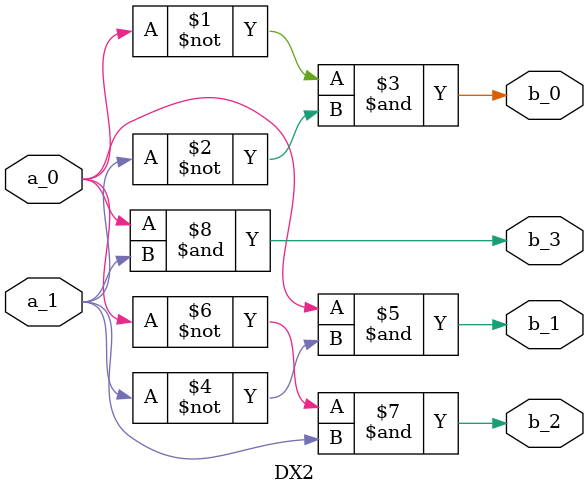
<source format=v>
module DX2(
	input a_0,
	input a_1,
	output b_0,
	output b_1,
	output b_2,
	output b_3
);

assign b_0 = ~a_0&~a_1;
assign b_1 = a_0&~a_1;
assign b_2 = ~a_0&a_1;
assign b_3 = a_0&a_1;

endmodule

</source>
